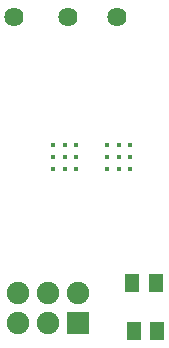
<source format=gts>
G04 Layer: TopSolderMaskLayer*
G04 EasyEDA v6.5.51, 2025-09-20 15:47:23*
G04 253a245d6267489c8966ad05d83ebf9d,d57bd40a603b42be9e37e0d49851eb9c,10*
G04 Gerber Generator version 0.2*
G04 Scale: 100 percent, Rotated: No, Reflected: No *
G04 Dimensions in millimeters *
G04 leading zeros omitted , absolute positions ,4 integer and 5 decimal *
%FSLAX45Y45*%
%MOMM*%

%AMMACRO1*4,1,8,-0.921,-0.9507,-0.9507,-0.9207,-0.9507,0.921,-0.921,0.9507,0.9207,0.9507,0.9507,0.921,0.9507,-0.9207,0.9207,-0.9507,-0.921,-0.9507,0*%
%AMMACRO2*4,1,8,-0.5874,-0.7394,-0.6171,-0.7094,-0.6171,0.7097,-0.5874,0.7394,0.5871,0.7394,0.6171,0.7097,0.6171,-0.7094,0.5871,-0.7394,-0.5874,-0.7394,0*%
%ADD10C,1.9016*%
%ADD11MACRO1*%
%ADD12MACRO2*%
%ADD13C,0.3896*%
%ADD14C,1.6256*%
%ADD15C,0.0191*%

%LPD*%
D10*
G01*
X266700Y-2603500D03*
G01*
X266700Y-2857500D03*
G01*
X520700Y-2603500D03*
G01*
X520700Y-2857500D03*
G01*
X774700Y-2603500D03*
D11*
G01*
X774700Y-2857500D03*
D12*
G01*
X1433512Y-2514600D03*
G01*
X1233487Y-2514600D03*
D13*
G01*
X560400Y-1547799D03*
G01*
X560400Y-1447800D03*
G01*
X560400Y-1347800D03*
G01*
X660400Y-1547799D03*
G01*
X660400Y-1447800D03*
G01*
X660400Y-1347800D03*
G01*
X760399Y-1547799D03*
G01*
X760399Y-1447800D03*
G01*
X760399Y-1347800D03*
D12*
G01*
X1446212Y-2921000D03*
G01*
X1246187Y-2921000D03*
D13*
G01*
X1017600Y-1547799D03*
G01*
X1017600Y-1447800D03*
G01*
X1017600Y-1347800D03*
G01*
X1117600Y-1547799D03*
G01*
X1117600Y-1447800D03*
G01*
X1117600Y-1347800D03*
G01*
X1217599Y-1547799D03*
G01*
X1217599Y-1447800D03*
G01*
X1217599Y-1347800D03*
D14*
G01*
X1104900Y-266700D03*
G01*
X685800Y-266700D03*
G01*
X228600Y-266700D03*
M02*

</source>
